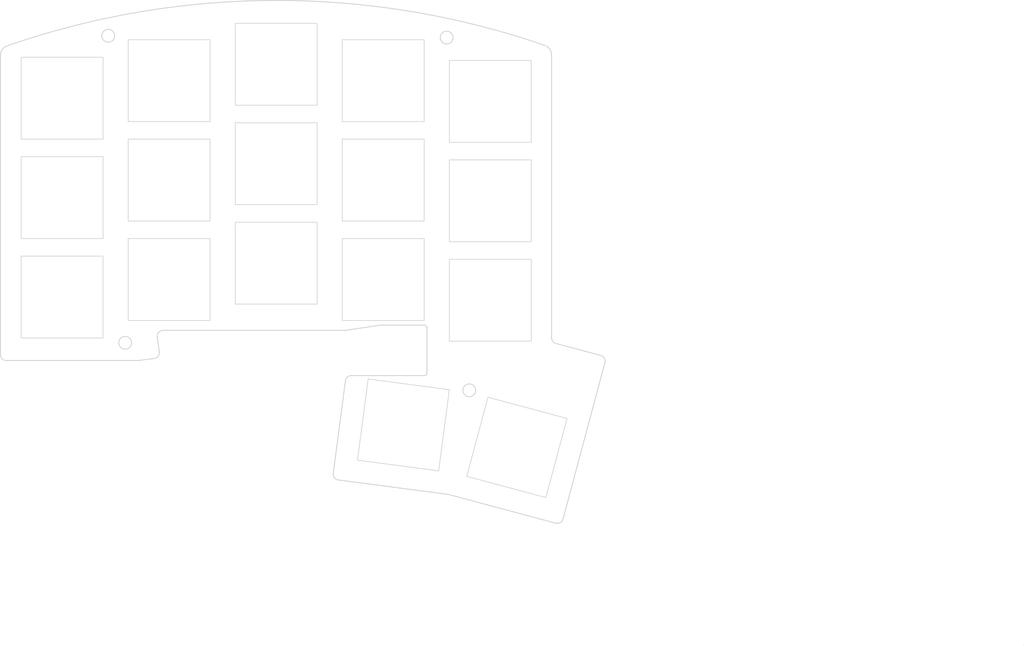
<source format=kicad_pcb>
(kicad_pcb (version 20240108) (generator "pcbnew") (generator_version "8.0")
  (title_block (title "Kretsträd") (company "by JW"))
  (layers (0 "F.Cu" signal) (31 "B.Cu" signal) (34 "B.Paste" user) (35 "F.Paste" user) (36 "B.SilkS" user "B.Silkscreen") (37 "F.SilkS" user "F.Silkscreen") (38 "B.Mask" user) (39 "F.Mask" user) (44 "Edge.Cuts" user))
  (net 0 "")
  (footprint "jw_custom_footprints:Kailh_socket_PG1350_v1_reversible_cutout_switch_plate" (layer "F.Cu") (at 107.74639 95.208681)
    (property "Reference" "SW12")
    (property "Value" "SW12")
    (fp_rect (start -7 -7) (end 7 7) (stroke (width 0.12)) (fill none) (layer "Edge.Cuts"))
  )
  (footprint "jw_custom_footprints:MountingHole_2.2mm_M2_cutout" (layer "F.Cu") (at 100.2284 106.0196)
    (property "Reference" "TH3" (hide yes))
    (property "Value" "HOLE")
    (fp_circle (center 0 0) (end 1.1 0) (stroke (width 0.15)) (fill none) (layer "Edge.Cuts"))
  )
  (footprint "jw_custom_footprints:Kailh_socket_PG1350_v1_reversible_cutout_switch_plate" (layer "F.Cu") (at 126.04619 75.408681)
    (property "Reference" "SW8")
    (property "Value" "SW8")
    (fp_rect (start -7 -7) (end 7 7) (stroke (width 0.12)) (fill none) (layer "Edge.Cuts"))
  )
  (footprint "jw_custom_footprints:Kailh_socket_PG1350_v1_reversible_cutout_switch_plate" (layer "F.Cu") (at 107.74639 78.208681)
    (property "Reference" "SW7")
    (property "Value" "SW7")
    (fp_rect (start -7 -7) (end 7 7) (stroke (width 0.12)) (fill none) (layer "Edge.Cuts"))
  )
  (footprint "jw_custom_footprints:Kailh_socket_PG1350_v1_reversible_cutout_switch_plate" (layer "F.Cu") (at 126.04619 92.408681)
    (property "Reference" "SW13")
    (property "Value" "SW13")
    (fp_rect (start -7 -7) (end 7 7) (stroke (width 0.12)) (fill none) (layer "Edge.Cuts"))
  )
  (footprint "jw_custom_footprints:Kailh_socket_PG1350_v1_reversible_cutout_switch_plate" (layer "F.Cu") (at 107.74639 61.208681)
    (property "Reference" "SW2")
    (property "Value" "SW2")
    (fp_rect (start -7 -7) (end 7 7) (stroke (width 0.12)) (fill none) (layer "Edge.Cuts"))
  )
  (footprint "jw_custom_footprints:Kailh_socket_PG1350_v1_reversible_cutout_switch_plate" (layer "F.Cu") (at 89.44659 98.208481)
    (property "Reference" "SW11")
    (property "Value" "SW11")
    (fp_rect (start -7 -7) (end 7 7) (stroke (width 0.12)) (fill none) (layer "Edge.Cuts"))
  )
  (footprint "jw_custom_footprints:Kailh_socket_PG1350_v1_reversible_cutout_switch_plate" (layer "F.Cu") (at 144.34599 61.208481)
    (property "Reference" "SW4")
    (property "Value" "SW4")
    (fp_rect (start -7 -7) (end 7 7) (stroke (width 0.12)) (fill none) (layer "Edge.Cuts"))
  )
  (footprint "jw_custom_footprints:MountingHole_2.2mm_M2_cutout" (layer "F.Cu") (at 159.0548 114.1476)
    (property "Reference" "TH4" (hide yes))
    (property "Value" "HOLE")
    (fp_circle (center 0 0) (end 1.1 0) (stroke (width 0.15)) (fill none) (layer "Edge.Cuts"))
  )
  (footprint "jw_custom_footprints:Kailh_socket_PG1350_v1_reversible_cutout_switch_plate" (layer "F.Cu") (at 167.197001 123.905176 -15)
    (property "Reference" "SW17")
    (property "Value" "SW17")
    (fp_poly (pts (xy -7 -7) (xy 7 -7) (xy 7 7) (xy -7 7)) (stroke (width 0.12)) (fill none) (layer "Edge.Cuts"))
  )
  (footprint "jw_custom_footprints:Kailh_socket_PG1350_v1_reversible_cutout_switch_plate" (layer "F.Cu") (at 126.04619 58.408681)
    (property "Reference" "SW3")
    (property "Value" "SW3")
    (fp_rect (start -7 -7) (end 7 7) (stroke (width 0.12)) (fill none) (layer "Edge.Cuts"))
  )
  (footprint "jw_custom_footprints:Kailh_socket_PG1350_v1_reversible_cutout_switch_plate" (layer "F.Cu") (at 144.34599 95.208681)
    (property "Reference" "SW14" (hide yes))
    (property "Value" "SW14" (hide yes))
    (fp_rect (start -7 -7) (end 7 7) (stroke (width 0.12)) (fill none) (layer "Edge.Cuts"))
  )
  (footprint "jw_custom_footprints:Kailh_socket_PG1350_v1_reversible_cutout_switch_plate" (layer "F.Cu") (at 144.34599 78.208681)
    (property "Reference" "SW9")
    (property "Value" "SW9")
    (fp_rect (start -7 -7) (end 7 7) (stroke (width 0.12)) (fill none) (layer "Edge.Cuts"))
  )
  (footprint "jw_custom_footprints:MountingHole_2.2mm_M2_cutout" (layer "F.Cu") (at 97.3328 53.5432)
    (property "Reference" "TH1" (hide yes))
    (property "Value" "HOLE")
    (fp_circle (center 0 0) (end 1.1 0) (stroke (width 0.15)) (fill none) (layer "Edge.Cuts"))
  )
  (footprint "jw_custom_footprints:Kailh_socket_PG1350_v1_reversible_cutout_switch_plate" (layer "F.Cu") (at 89.44659 81.208481)
    (property "Reference" "SW6")
    (property "Value" "SW6")
    (fp_rect (start -7 -7) (end 7 7) (stroke (width 0.12)) (fill none) (layer "Edge.Cuts"))
  )
  (footprint "jw_custom_footprints:Kailh_socket_PG1350_v1_reversible_cutout_switch_plate" (layer "F.Cu") (at 89.44659 64.208681 180)
    (property "Reference" "SW1")
    (property "Value" "SW1")
    (fp_rect (start -7 -7) (end 7 7) (stroke (width 0.12)) (fill none) (layer "Edge.Cuts"))
  )
  (footprint "jw_custom_footprints:Kailh_socket_PG1350_v1_reversible_cutout_switch_plate" (layer "F.Cu") (at 162.64579 98.748281)
    (property "Reference" "SW15")
    (property "Value" "SW15")
    (fp_rect (start -7 -7) (end 7 7) (stroke (width 0.12)) (fill none) (layer "Edge.Cuts"))
  )
  (footprint "jw_custom_footprints:MountingHole_2.2mm_M2_cutout" (layer "F.Cu") (at 155.194 53.848)
    (property "Reference" "TH2" (hide yes))
    (property "Value" "HOLE")
    (fp_circle (center 0 0) (end 1.1 0) (stroke (width 0.15)) (fill none) (layer "Edge.Cuts"))
  )
  (footprint "jw_custom_footprints:Kailh_socket_PG1350_v1_reversible_cutout_switch_plate" (layer "F.Cu") (at 147.793733 120.065297 172.5)
    (property "Reference" "SW16")
    (property "Value" "SW16")
    (fp_poly (pts (xy -7 -7) (xy 7 -7) (xy 7 7) (xy -7 7)) (stroke (width 0.12)) (fill none) (layer "Edge.Cuts"))
  )
  (footprint "jw_custom_footprints:Kailh_socket_PG1350_v1_reversible_cutout_switch_plate" (layer "F.Cu") (at 162.64579 64.748281 180)
    (property "Reference" "SW5")
    (property "Value" "SW5")
    (fp_rect (start -7 -7) (end 7 7) (stroke (width 0.12)) (fill none) (layer "Edge.Cuts"))
  )
  (footprint "jw_custom_footprints:Kailh_socket_PG1350_v1_reversible_cutout_switch_plate" (layer "F.Cu") (at 162.64579 81.748281)
    (property "Reference" "SW10")
    (property "Value" "SW10")
    (fp_rect (start -7 -7) (end 7 7) (stroke (width 0.12)) (fill none) (layer "Edge.Cuts"))
  )
  (gr_line (start 253.8476 157.8356) (end 253.8476 157.8356) (stroke (width 0.1)) (layer "Edge.Cuts"))
  (gr_line (start 79.904448 109.043881) (end 102.495732 109.043881) (stroke (width 0.15)) (layer "Edge.Cuts"))
  (gr_line (start 136.660987 129.470559) (end 155.433456 131.942002) (stroke (width 0.15)) (layer "Edge.Cuts"))
  (gr_line (start 173.128112 56.858591) (end 173.128112 105.17205) (stroke (width 0.15)) (layer "Edge.Cuts"))
  (gr_arc (start 79.904448 109.043881) (mid 79.197341 108.750988) (end 78.904448 108.043881) (stroke (width 0.15)) (layer "Edge.Cuts"))
  (gr_line (start 155.561749 131.967521) (end 173.85103 136.868119) (stroke (width 0.15)) (layer "Edge.Cuts"))
  (gr_arc (start 171.8564 55.1434) (mid 172.77909 55.788325) (end 173.128112 56.858591) (stroke (width 0.15)) (layer "Edge.Cuts"))
  (gr_arc (start 102.626258 109.035326) (mid 102.561135 109.041742) (end 102.495732 109.043881) (stroke (width 0.15)) (layer "Edge.Cuts"))
  (gr_line (start 181.53479 108.191939) (end 173.869293 106.137976) (stroke (width 0.15)) (layer "Edge.Cuts"))
  (gr_arc (start 106.062408 107.574319) (mid 105.864294 108.313568) (end 105.201489 108.69629) (stroke (width 0.15)) (layer "Edge.Cuts"))
  (gr_arc (start 105.725668 105.016526) (mid 105.965272 104.226649) (end 106.717112 103.886) (stroke (width 0.15)) (layer "Edge.Cuts"))
  (gr_arc (start 80.164858 55.2196) (mid 126.004242 47.495858) (end 171.8564 55.1434) (stroke (width 0.15)) (layer "Edge.Cuts"))
  (gr_arc (start 173.869293 106.137976) (mid 173.334733 105.780819) (end 173.128112 105.17205) (stroke (width 0.15)) (layer "Edge.Cuts"))
  (gr_line (start 106.717112 103.886) (end 137.807152 103.888552) (stroke (width 0.15)) (layer "Edge.Cuts"))
  (gr_line (start 106.062408 107.574319) (end 105.725668 105.016526) (stroke (width 0.15)) (layer "Edge.Cuts"))
  (gr_arc (start 175.075775 136.161012) (mid 174.609851 136.768249) (end 173.85103 136.868119) (stroke (width 0.15)) (layer "Edge.Cuts"))
  (gr_line (start 138.877472 111.634681) (end 151.42539 111.634681) (stroke (width 0.15)) (layer "Edge.Cuts"))
  (gr_arc (start 155.433456 131.942002) (mid 155.49802 131.952662) (end 155.561749 131.967521) (stroke (width 0.15)) (layer "Edge.Cuts"))
  (gr_line (start 102.626258 109.035326) (end 105.201489 108.69629) (stroke (width 0.15)) (layer "Edge.Cuts"))
  (gr_arc (start 151.42539 102.998681) (mid 151.708233 103.115838) (end 151.82539 103.398681) (stroke (width 0.15)) (layer "Edge.Cuts"))
  (gr_line (start 143.95139 102.998681) (end 151.42539 102.998681) (stroke (width 0.15)) (layer "Edge.Cuts"))
  (gr_line (start 78.904448 56.858591) (end 78.904448 108.043881) (stroke (width 0.15)) (layer "Edge.Cuts"))
  (gr_line (start 151.82539 111.234681) (end 151.82539 103.398681) (stroke (width 0.15)) (layer "Edge.Cuts"))
  (gr_arc (start 136.660987 129.470559) (mid 135.99816 129.087876) (end 135.800068 128.348588) (stroke (width 0.15)) (layer "Edge.Cuts"))
  (gr_arc (start 181.53479 108.191939) (mid 182.141938 108.657764) (end 182.241957 109.416458) (stroke (width 0.15)) (layer "Edge.Cuts"))
  (gr_line (start 182.241957 109.416458) (end 175.075775 136.161012) (stroke (width 0.15)) (layer "Edge.Cuts"))
  (gr_line (start 137.886028 112.504155) (end 135.800068 128.348588) (stroke (width 0.15)) (layer "Edge.Cuts"))
  (gr_arc (start 78.904448 56.858591) (mid 79.253843 55.823144) (end 80.164858 55.2196) (stroke (width 0.15)) (layer "Edge.Cuts"))
  (gr_arc (start 151.82539 111.234681) (mid 151.708239 111.517532) (end 151.42539 111.634681) (stroke (width 0.15)) (layer "Edge.Cuts"))
  (gr_arc (start 137.886028 112.504155) (mid 138.21813 111.882842) (end 138.877472 111.634681) (stroke (width 0.15)) (layer "Edge.Cuts"))
  (gr_line (start 137.952264 103.877979) (end 143.951383 102.998632) (stroke (width 0.15)) (layer "Edge.Cuts"))
  (gr_line (start 253.8476 157.8356) (end 253.8476 157.8356) (stroke (width 0.1)) (layer "Edge.Cuts"))
  (gr_arc (start 137.952264 103.877979) (mid 137.879901 103.88591) (end 137.807152 103.888552) (stroke (width 0.15)) (layer "Edge.Cuts"))
)
</source>
